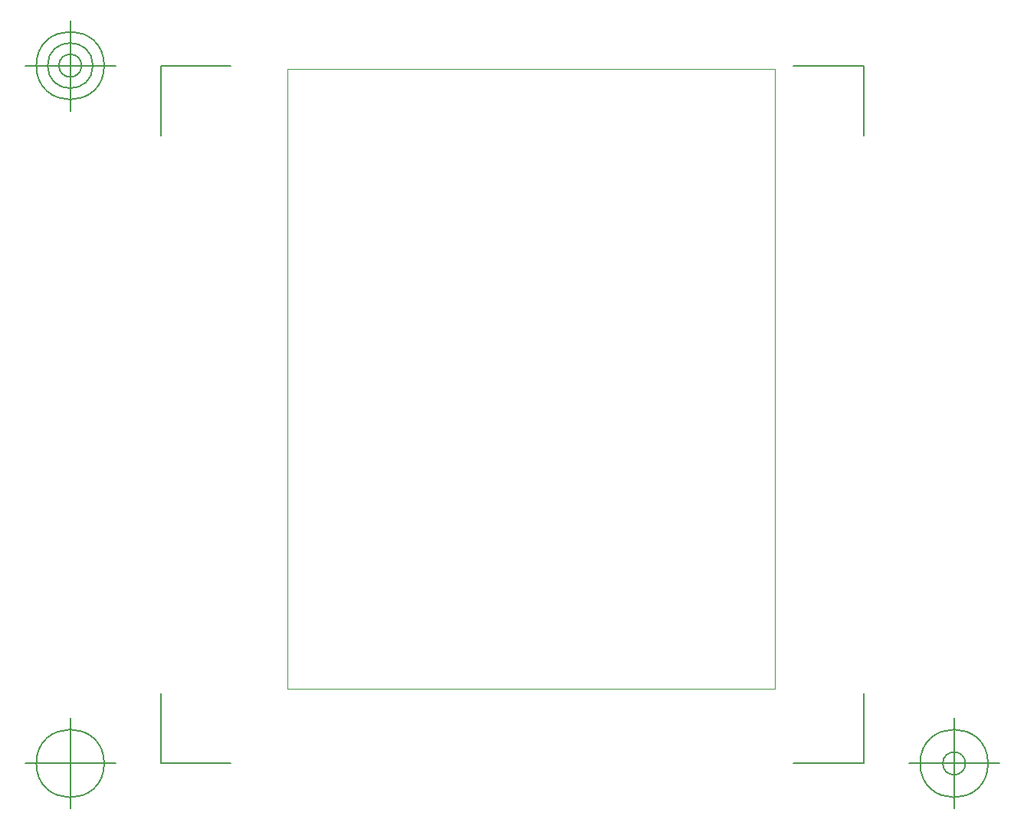
<source format=gbr>
G04 Generated by Ultiboard 11.0 *
%FSLAX25Y25*%
%MOIN*%

%ADD10C,0.00004*%
%ADD11C,0.00500*%


G04 ColorRGB 00FFFF for the following layer *
%LNBoard Outline*%
%LPD*%
%FSLAX25Y25*%
%MOIN*%
G54D10*
X0Y299D02*
X212000Y299D01*
X212000Y299D02*
X212000Y270000D01*
X212000Y270000D02*
X0Y270000D01*
X0Y270000D02*
X0Y299D01*
G54D11*
X-55184Y-32103D02*
X-55184Y-1743D01*
X-55184Y-32103D02*
X-24620Y-32103D01*
X250456Y-32103D02*
X219892Y-32103D01*
X250456Y-32103D02*
X250456Y-1743D01*
X250456Y271500D02*
X250456Y241140D01*
X250456Y271500D02*
X219892Y271500D01*
X-55184Y271500D02*
X-24620Y271500D01*
X-55184Y271500D02*
X-55184Y241140D01*
X-74869Y-32103D02*
X-114239Y-32103D01*
X-94554Y-51788D02*
X-94554Y-12418D01*
X-109318Y-32103D02*
G75*
D01*
G02X-109318Y-32103I14764J0*
G01*
X270141Y-32103D02*
X309511Y-32103D01*
X289826Y-51788D02*
X289826Y-12418D01*
X275062Y-32103D02*
G75*
D01*
G02X275062Y-32103I14764J0*
G01*
X284904Y-32103D02*
G75*
D01*
G02X284904Y-32103I4921J0*
G01*
X-74869Y271500D02*
X-114239Y271500D01*
X-94554Y251815D02*
X-94554Y291185D01*
X-109318Y271500D02*
G75*
D01*
G02X-109318Y271500I14764J0*
G01*
X-104396Y271500D02*
G75*
D01*
G02X-104396Y271500I9843J0*
G01*
X-99475Y271500D02*
G75*
D01*
G02X-99475Y271500I4921J0*
G01*

M00*

</source>
